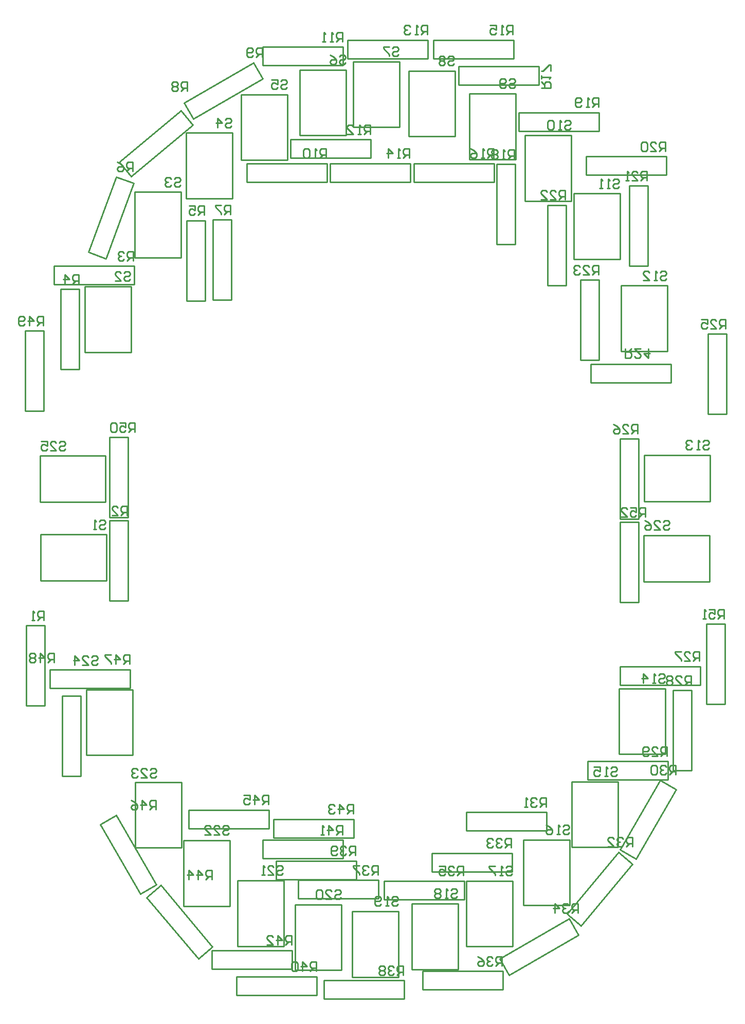
<source format=gbo>
G04*
G04 #@! TF.GenerationSoftware,Altium Limited,Altium Designer,24.8.2 (39)*
G04*
G04 Layer_Color=32896*
%FSLAX44Y44*%
%MOMM*%
G71*
G04*
G04 #@! TF.SameCoordinates,A64931F2-2A1F-4A1D-9477-064251C997AC*
G04*
G04*
G04 #@! TF.FilePolarity,Positive*
G04*
G01*
G75*
%ADD10C,0.2540*%
D10*
X3273193Y1764270D02*
X3374372Y1849169D01*
X3354780Y1872518D02*
X3374372Y1849169D01*
X3253601Y1787619D02*
X3354780Y1872518D01*
X3253601Y1787619D02*
X3273193Y1764270D01*
X4118170Y1302970D02*
Y1305510D01*
X4226120D01*
Y1229310D02*
Y1305510D01*
X4118170Y1229310D02*
X4226120D01*
X4118170D02*
Y1302970D01*
X3924300Y1723780D02*
X3997960D01*
Y1831730D01*
X3921760D02*
X3997960D01*
X3921760Y1723780D02*
Y1831730D01*
Y1723780D02*
X3924300D01*
X3361690Y563000D02*
X3435350D01*
Y670950D01*
X3359150D02*
X3435350D01*
X3359150Y563000D02*
Y670950D01*
Y563000D02*
X3361690D01*
X3281730Y659130D02*
X3355390D01*
Y767080D01*
X3279190D02*
X3355390D01*
X3279190Y659130D02*
Y767080D01*
Y659130D02*
X3281730D01*
X3159760Y777240D02*
X3190240D01*
X3159760D02*
Y909320D01*
X3190240D01*
Y777240D02*
Y909320D01*
X3201720Y811530D02*
X3275380D01*
Y919480D01*
X3199180D02*
X3275380D01*
X3199180Y811530D02*
Y919480D01*
Y811530D02*
X3201720D01*
X3139440Y922020D02*
X3271520D01*
Y952500D01*
X3139440D02*
X3271520D01*
X3139440Y922020D02*
Y952500D01*
X4000550Y659960D02*
X4074210D01*
Y767910D01*
X3998010D02*
X4074210D01*
X3998010Y659960D02*
Y767910D01*
Y659960D02*
X4000550D01*
X4077970Y1062990D02*
X4108450D01*
X4077970D02*
Y1195070D01*
X4108450D01*
Y1062990D02*
Y1195070D01*
X4220210Y895350D02*
X4250690D01*
X4220210D02*
Y1027430D01*
X4250690D01*
Y895350D02*
Y1027430D01*
X3098800Y1510030D02*
X3129280D01*
Y1377950D02*
Y1510030D01*
X3098800Y1377950D02*
X3129280D01*
X3098800D02*
Y1510030D01*
X3267710Y1202690D02*
Y1334770D01*
X3237230D02*
X3267710D01*
X3237230Y1202690D02*
Y1334770D01*
Y1202690D02*
X3267710D01*
X4117340Y1170940D02*
Y1173480D01*
X4225290D01*
Y1097280D02*
Y1173480D01*
X4117340Y1097280D02*
X4225290D01*
X4117340D02*
Y1170940D01*
X3230880Y1228090D02*
Y1230630D01*
X3122930Y1228090D02*
X3230880D01*
X3122930D02*
Y1304290D01*
X3230880D01*
Y1230630D02*
Y1304290D01*
X3538220Y459740D02*
Y490220D01*
X3406140Y459740D02*
X3538220D01*
X3406140D02*
Y490220D01*
X3538220D01*
X3832860Y1792360D02*
X3906520D01*
Y1900310D01*
X3830320D02*
X3906520D01*
X3830320Y1792360D02*
Y1900310D01*
Y1792360D02*
X3832860D01*
X3375484Y1858782D02*
X3489869Y1924822D01*
X3474629Y1951218D02*
X3489869Y1924822D01*
X3360244Y1885178D02*
X3474629Y1951218D01*
X3360244Y1885178D02*
X3375484Y1858782D01*
X3237230Y1197610D02*
X3267710D01*
Y1065530D02*
Y1197610D01*
X3237230Y1065530D02*
X3267710D01*
X3237230D02*
Y1197610D01*
X3145790Y1586230D02*
X3277870Y1586230D01*
X3277870Y1616710D01*
X3145790Y1616710D02*
X3277870Y1616710D01*
X3145790Y1586230D02*
Y1616710D01*
X3394710Y1559560D02*
Y1691640D01*
X3364230D02*
X3394710D01*
X3364230Y1559560D02*
Y1691640D01*
Y1559560D02*
X3394710D01*
X3157220Y1446530D02*
X3187700D01*
X3157220D02*
Y1578610D01*
X3187700D01*
Y1446530D02*
Y1578610D01*
X3437890Y1560830D02*
Y1692910D01*
X3407410D02*
X3437890D01*
X3407410Y1560830D02*
Y1692910D01*
Y1560830D02*
X3437890D01*
X3202800Y1639435D02*
X3231442Y1629010D01*
X3202800Y1639435D02*
X3247974Y1763550D01*
X3276616Y1753125D01*
X3231442Y1629010D02*
X3276616Y1753125D01*
X3281680Y1630680D02*
X3355340D01*
Y1738630D01*
X3279140D02*
X3355340D01*
X3279140Y1630680D02*
Y1738630D01*
Y1630680D02*
X3281680D01*
X3199130Y1474860D02*
X3272790D01*
Y1582810D01*
X3196590D02*
X3272790D01*
X3196590Y1474860D02*
Y1582810D01*
Y1474860D02*
X3199130D01*
X4161790Y1424940D02*
Y1455420D01*
X4029710Y1424940D02*
X4161790D01*
X4029710D02*
Y1455420D01*
X4161790D01*
X3812540Y1915160D02*
Y1945640D01*
X3944620D01*
Y1915160D02*
Y1945640D01*
X3812540Y1915160D02*
X3944620D01*
X3489960Y1946910D02*
Y1977390D01*
X3622040D01*
Y1946910D02*
Y1977390D01*
X3489960Y1946910D02*
X3622040D01*
X4013816Y530538D02*
X4098715Y631717D01*
X4075366Y651309D02*
X4098715Y631717D01*
X3990467Y550130D02*
X4075366Y651309D01*
X3990467Y550130D02*
X4013816Y530538D01*
X3957320Y687070D02*
Y717550D01*
X3825240Y687070D02*
X3957320D01*
X3825240D02*
Y717550D01*
X3957320D01*
X4104366Y640196D02*
X4170406Y754580D01*
X4144010Y769820D02*
X4170406Y754580D01*
X4077970Y655436D02*
X4144010Y769820D01*
X4077970Y655436D02*
X4104366Y640196D01*
X4156710Y770890D02*
Y801370D01*
X4024630Y770890D02*
X4156710D01*
X4024630D02*
Y801370D01*
X4156710D01*
X4196080Y786130D02*
Y918210D01*
X4165600D02*
X4196080D01*
X4165600Y786130D02*
Y918210D01*
Y786130D02*
X4196080D01*
X4210050Y927100D02*
Y957580D01*
X4077970Y927100D02*
X4210050D01*
X4077970D02*
Y957580D01*
X4210050D01*
X4108450Y1200150D02*
Y1332230D01*
X4077970D02*
X4108450D01*
X4077970Y1200150D02*
Y1332230D01*
Y1200150D02*
X4108450D01*
X4222750Y1504950D02*
X4253230D01*
Y1372870D02*
Y1504950D01*
X4222750Y1372870D02*
X4253230D01*
X4222750D02*
Y1504950D01*
X4013200Y1461770D02*
X4043680D01*
X4013200D02*
Y1593850D01*
X4043680D01*
Y1461770D02*
Y1593850D01*
X3989070Y1584960D02*
Y1717040D01*
X3958590D02*
X3989070D01*
X3958590Y1584960D02*
Y1717040D01*
Y1584960D02*
X3989070D01*
X4093210Y1616710D02*
X4123690D01*
X4093210D02*
X4093210Y1748790D01*
X4123690D01*
Y1616710D02*
Y1748790D01*
X3248387Y712670D02*
X3314427Y598286D01*
X3221990Y697430D02*
X3248387Y712670D01*
X3221990Y697430D02*
X3288030Y583046D01*
X3314427Y598286D01*
X3500120Y690880D02*
Y721360D01*
X3368040Y690880D02*
X3500120D01*
X3368040D02*
Y721360D01*
X3500120D01*
X3298430Y577447D02*
X3383329Y476268D01*
X3406678Y495860D01*
X3321779Y597039D02*
X3406678Y495860D01*
X3298430Y577447D02*
X3321779Y597039D01*
X3639820Y675640D02*
Y706120D01*
X3507740Y675640D02*
X3639820D01*
X3507740D02*
Y706120D01*
X3639820D01*
X3622040Y641350D02*
Y671830D01*
X3489960Y641350D02*
X3622040D01*
X3489960D02*
Y671830D01*
X3622040D01*
X3446780Y447040D02*
X3578860D01*
X3446780Y416560D02*
Y447040D01*
Y416560D02*
X3578860D01*
Y447040D01*
X3590290Y440690D02*
X3722370D01*
X3590290Y410210D02*
Y440690D01*
Y410210D02*
X3722370D01*
Y440690D01*
X3643630Y607060D02*
Y637540D01*
X3511550Y607060D02*
X3643630D01*
X3511550D02*
Y637540D01*
X3643630D01*
X3768090Y619760D02*
Y650240D01*
X3900170D01*
Y619760D02*
Y650240D01*
X3768090Y619760D02*
X3900170D01*
X3752850Y425450D02*
X3884930D01*
Y455930D01*
X3752850D02*
X3884930D01*
X3752850Y425450D02*
Y455930D01*
X3689350Y574040D02*
Y604520D01*
X3821430D01*
Y574040D02*
Y604520D01*
X3689350Y574040D02*
X3821430D01*
X3548380Y575310D02*
Y605790D01*
X3680460D01*
Y575310D02*
Y605790D01*
X3548380Y575310D02*
X3680460D01*
X3879650Y475976D02*
X3994034Y542016D01*
X3879650Y475976D02*
X3894890Y449580D01*
X4009274Y515620D01*
X3994034Y542016D02*
X4009274Y515620D01*
X3911600Y1838960D02*
Y1869440D01*
X4043680Y1869440D01*
Y1838960D02*
Y1869440D01*
X3911600Y1838960D02*
X4043680Y1838960D01*
X4022090Y1797050D02*
X4154170D01*
X4022090Y1766570D02*
Y1797050D01*
Y1766570D02*
X4154170Y1766570D01*
X4154170Y1797050D01*
X3874770Y1652270D02*
Y1784350D01*
Y1652270D02*
X3905250D01*
Y1784350D01*
X3874770D02*
X3905250D01*
X3463290Y1755140D02*
X3595370Y1755140D01*
Y1785620D01*
X3463290D02*
X3595370D01*
X3463290Y1755140D02*
Y1785620D01*
X3535680Y1824990D02*
X3667760D01*
X3535680Y1794510D02*
Y1824990D01*
Y1794510D02*
X3667760D01*
Y1824990D01*
X3761740Y1958340D02*
Y1988820D01*
X3629660Y1958340D02*
X3761740D01*
X3629660D02*
Y1988820D01*
X3761740D01*
X3100070Y892810D02*
X3130550D01*
X3100070D02*
Y1024890D01*
X3130550D01*
Y892810D02*
Y1024890D01*
X3902710Y1958340D02*
Y1988820D01*
X3770630Y1958340D02*
X3902710D01*
X3770630D02*
Y1988820D01*
X3902710D01*
X3738880Y1755140D02*
X3870960D01*
Y1785620D01*
X3738880D02*
X3870960D01*
X3738880Y1755140D02*
Y1785620D01*
X3600450D02*
X3732530D01*
X3600450Y1755140D02*
Y1785620D01*
Y1755140D02*
X3732530D01*
Y1785620D01*
X3363010Y1728030D02*
X3365550D01*
X3363010D02*
Y1835980D01*
X3439210D01*
Y1728030D02*
Y1835980D01*
X3365550Y1728030D02*
X3439210D01*
X3454400Y1791090D02*
X3456940D01*
X3454400D02*
Y1899040D01*
X3530600D01*
Y1791090D02*
Y1899040D01*
X3456940Y1791090D02*
X3530600D01*
X3550920Y1831730D02*
X3553460D01*
X3550920D02*
Y1939680D01*
X3627120D01*
Y1831730D02*
Y1939680D01*
X3553460Y1831730D02*
X3627120D01*
X3638600Y1845310D02*
X3641140D01*
X3638600D02*
Y1953260D01*
X3714800D01*
Y1845310D02*
Y1953260D01*
X3641140Y1845310D02*
X3714800D01*
X3730040Y1830070D02*
X3732580D01*
X3730040D02*
Y1938020D01*
X3806240D01*
Y1830070D02*
Y1938020D01*
X3732580Y1830070D02*
X3806240D01*
X4001820Y1628140D02*
X4004360D01*
X4001820D02*
Y1736090D01*
X4078020D01*
Y1628140D02*
Y1736090D01*
X4004360Y1628140D02*
X4078020D01*
X4079290Y1476570D02*
X4081830D01*
X4079290D02*
Y1584520D01*
X4155490D01*
Y1476570D02*
Y1584520D01*
X4081830Y1476570D02*
X4155490D01*
X4076700Y813190D02*
X4079240D01*
X4076700D02*
Y921140D01*
X4152900D01*
Y813190D02*
Y921140D01*
X4079240Y813190D02*
X4152900D01*
X3919220Y564270D02*
X3921760D01*
X3919220D02*
Y672220D01*
X3995420D01*
Y564270D02*
Y672220D01*
X3921760Y564270D02*
X3995420D01*
X3825240Y496570D02*
X3827780D01*
X3825240D02*
Y604520D01*
X3901440D01*
Y496570D02*
Y604520D01*
X3827780Y496570D02*
X3901440D01*
X3735070Y458860D02*
X3737610D01*
X3735070D02*
Y566810D01*
X3811270D01*
Y458860D02*
Y566810D01*
X3737610Y458860D02*
X3811270D01*
X3637280Y446160D02*
X3639820D01*
X3637280D02*
Y554110D01*
X3713480D01*
Y446160D02*
Y554110D01*
X3639820Y446160D02*
X3713480D01*
X3543300Y457590D02*
X3545840D01*
X3543300D02*
Y565540D01*
X3619500D01*
Y457590D02*
Y565540D01*
X3545840Y457590D02*
X3619500D01*
X3448050Y496960D02*
X3450590D01*
X3448050D02*
Y604910D01*
X3524250D01*
Y496960D02*
Y604910D01*
X3450590Y496960D02*
X3524250D01*
X3232150Y1098550D02*
Y1101090D01*
X3124200Y1098550D02*
X3232150D01*
X3124200D02*
Y1174750D01*
X3232150D01*
Y1101090D02*
Y1174750D01*
X4149093Y1195066D02*
X4151632Y1197605D01*
X4156711D01*
X4159250Y1195066D01*
Y1192527D01*
X4156711Y1189987D01*
X4151632D01*
X4149093Y1187448D01*
Y1184909D01*
X4151632Y1182370D01*
X4156711D01*
X4159250Y1184909D01*
X4133858Y1182370D02*
X4144015D01*
X4133858Y1192527D01*
Y1195066D01*
X4136397Y1197605D01*
X4141476D01*
X4144015Y1195066D01*
X4118623Y1197605D02*
X4123701Y1195066D01*
X4128780Y1189987D01*
Y1184909D01*
X4126241Y1182370D01*
X4121162D01*
X4118623Y1184909D01*
Y1187448D01*
X4121162Y1189987D01*
X4128780D01*
X3154683Y1325876D02*
X3157223Y1328415D01*
X3162301D01*
X3164840Y1325876D01*
Y1323337D01*
X3162301Y1320797D01*
X3157223D01*
X3154683Y1318258D01*
Y1315719D01*
X3157223Y1313180D01*
X3162301D01*
X3164840Y1315719D01*
X3139448Y1313180D02*
X3149605D01*
X3139448Y1323337D01*
Y1325876D01*
X3141987Y1328415D01*
X3147066D01*
X3149605Y1325876D01*
X3124213Y1328415D02*
X3134370D01*
Y1320797D01*
X3129291Y1323337D01*
X3126752D01*
X3124213Y1320797D01*
Y1315719D01*
X3126752Y1313180D01*
X3131831D01*
X3134370Y1315719D01*
X4119880Y1203960D02*
Y1219195D01*
X4112263D01*
X4109723Y1216656D01*
Y1211578D01*
X4112263Y1209038D01*
X4119880D01*
X4114802D02*
X4109723Y1203960D01*
X4094488Y1219195D02*
X4104645D01*
Y1211578D01*
X4099567Y1214117D01*
X4097027D01*
X4094488Y1211578D01*
Y1206499D01*
X4097027Y1203960D01*
X4102106D01*
X4104645Y1206499D01*
X4079253Y1203960D02*
X4089410D01*
X4079253Y1214117D01*
Y1216656D01*
X4081792Y1219195D01*
X4086871D01*
X4089410Y1216656D01*
X4249420Y1036320D02*
Y1051555D01*
X4241802D01*
X4239263Y1049016D01*
Y1043938D01*
X4241802Y1041398D01*
X4249420D01*
X4244342D02*
X4239263Y1036320D01*
X4224028Y1051555D02*
X4234185D01*
Y1043938D01*
X4229107Y1046477D01*
X4226567D01*
X4224028Y1043938D01*
Y1038859D01*
X4226567Y1036320D01*
X4231646D01*
X4234185Y1038859D01*
X4218950Y1036320D02*
X4213871D01*
X4216411D01*
Y1051555D01*
X4218950Y1049016D01*
X3279140Y1343660D02*
Y1358895D01*
X3271523D01*
X3268983Y1356356D01*
Y1351277D01*
X3271523Y1348738D01*
X3279140D01*
X3274062D02*
X3268983Y1343660D01*
X3253748Y1358895D02*
X3263905D01*
Y1351277D01*
X3258827Y1353817D01*
X3256288D01*
X3253748Y1351277D01*
Y1346199D01*
X3256288Y1343660D01*
X3261366D01*
X3263905Y1346199D01*
X3248670Y1356356D02*
X3246131Y1358895D01*
X3241052D01*
X3238513Y1356356D01*
Y1346199D01*
X3241052Y1343660D01*
X3246131D01*
X3248670Y1346199D01*
Y1356356D01*
X3128010Y1518920D02*
Y1534155D01*
X3120392D01*
X3117853Y1531616D01*
Y1526537D01*
X3120392Y1523998D01*
X3128010D01*
X3122932D02*
X3117853Y1518920D01*
X3105157D02*
Y1534155D01*
X3112775Y1526537D01*
X3102618D01*
X3097540Y1521459D02*
X3095001Y1518920D01*
X3089922D01*
X3087383Y1521459D01*
Y1531616D01*
X3089922Y1534155D01*
X3095001D01*
X3097540Y1531616D01*
Y1529077D01*
X3095001Y1526537D01*
X3087383D01*
X3208017Y972818D02*
X3210556Y975358D01*
X3215634D01*
X3218174Y972818D01*
Y970279D01*
X3215634Y967740D01*
X3210556D01*
X3208017Y965201D01*
Y962662D01*
X3210556Y960123D01*
X3215634D01*
X3218174Y962662D01*
X3192782Y960123D02*
X3202938D01*
X3192782Y970279D01*
Y972818D01*
X3195321Y975358D01*
X3200399D01*
X3202938Y972818D01*
X3180086Y960123D02*
Y975358D01*
X3187703Y967740D01*
X3177547D01*
X3304537Y787398D02*
X3307076Y789938D01*
X3312154D01*
X3314693Y787398D01*
Y784859D01*
X3312154Y782320D01*
X3307076D01*
X3304537Y779781D01*
Y777242D01*
X3307076Y774703D01*
X3312154D01*
X3314693Y777242D01*
X3289301Y774703D02*
X3299458D01*
X3289301Y784859D01*
Y787398D01*
X3291841Y789938D01*
X3296919D01*
X3299458Y787398D01*
X3284223D02*
X3281684Y789938D01*
X3276606D01*
X3274066Y787398D01*
Y784859D01*
X3276606Y782320D01*
X3279145D01*
X3276606D01*
X3274066Y779781D01*
Y777242D01*
X3276606Y774703D01*
X3281684D01*
X3284223Y777242D01*
X3423923Y692654D02*
X3426462Y695193D01*
X3431541D01*
X3434080Y692654D01*
Y690115D01*
X3431541Y687576D01*
X3426462D01*
X3423923Y685036D01*
Y682497D01*
X3426462Y679958D01*
X3431541D01*
X3434080Y682497D01*
X3408688Y679958D02*
X3418845D01*
X3408688Y690115D01*
Y692654D01*
X3411227Y695193D01*
X3416306D01*
X3418845Y692654D01*
X3393453Y679958D02*
X3403610D01*
X3393453Y690115D01*
Y692654D01*
X3395992Y695193D01*
X3401071D01*
X3403610Y692654D01*
X3512823Y626614D02*
X3515363Y629153D01*
X3520441D01*
X3522980Y626614D01*
Y624075D01*
X3520441Y621535D01*
X3515363D01*
X3512823Y618996D01*
Y616457D01*
X3515363Y613918D01*
X3520441D01*
X3522980Y616457D01*
X3497588Y613918D02*
X3507745D01*
X3497588Y624075D01*
Y626614D01*
X3500127Y629153D01*
X3505206D01*
X3507745Y626614D01*
X3492510Y613918D02*
X3487432D01*
X3489971D01*
Y629153D01*
X3492510Y626614D01*
X3608073Y587244D02*
X3610612Y589783D01*
X3615691D01*
X3618230Y587244D01*
Y584705D01*
X3615691Y582165D01*
X3610612D01*
X3608073Y579626D01*
Y577087D01*
X3610612Y574548D01*
X3615691D01*
X3618230Y577087D01*
X3592838Y574548D02*
X3602995D01*
X3592838Y584705D01*
Y587244D01*
X3595378Y589783D01*
X3600456D01*
X3602995Y587244D01*
X3587760D02*
X3585221Y589783D01*
X3580142D01*
X3577603Y587244D01*
Y577087D01*
X3580142Y574548D01*
X3585221D01*
X3587760Y577087D01*
Y587244D01*
X3702053Y575814D02*
X3704593Y578353D01*
X3709671D01*
X3712210Y575814D01*
Y573275D01*
X3709671Y570736D01*
X3704593D01*
X3702053Y568196D01*
Y565657D01*
X3704593Y563118D01*
X3709671D01*
X3712210Y565657D01*
X3696975Y563118D02*
X3691897D01*
X3694436D01*
Y578353D01*
X3696975Y575814D01*
X3684279Y565657D02*
X3681740Y563118D01*
X3676661D01*
X3674122Y565657D01*
Y575814D01*
X3676661Y578353D01*
X3681740D01*
X3684279Y575814D01*
Y573275D01*
X3681740Y570736D01*
X3674122D01*
X3799843Y588514D02*
X3802383Y591053D01*
X3807461D01*
X3810000Y588514D01*
Y585975D01*
X3807461Y583436D01*
X3802383D01*
X3799843Y580896D01*
Y578357D01*
X3802383Y575818D01*
X3807461D01*
X3810000Y578357D01*
X3794765Y575818D02*
X3789687D01*
X3792226D01*
Y591053D01*
X3794765Y588514D01*
X3782069D02*
X3779530Y591053D01*
X3774452D01*
X3771912Y588514D01*
Y585975D01*
X3774452Y583436D01*
X3771912Y580896D01*
Y578357D01*
X3774452Y575818D01*
X3779530D01*
X3782069Y578357D01*
Y580896D01*
X3779530Y583436D01*
X3782069Y585975D01*
Y588514D01*
X3779530Y583436D02*
X3774452D01*
X3890013Y626106D02*
X3892552Y628645D01*
X3897631D01*
X3900170Y626106D01*
Y623567D01*
X3897631Y621027D01*
X3892552D01*
X3890013Y618488D01*
Y615949D01*
X3892552Y613410D01*
X3897631D01*
X3900170Y615949D01*
X3884935Y613410D02*
X3879857D01*
X3882396D01*
Y628645D01*
X3884935Y626106D01*
X3872239Y628645D02*
X3862082D01*
Y626106D01*
X3872239Y615949D01*
Y613410D01*
X3983993Y693924D02*
X3986533Y696463D01*
X3991611D01*
X3994150Y693924D01*
Y691385D01*
X3991611Y688846D01*
X3986533D01*
X3983993Y686306D01*
Y683767D01*
X3986533Y681228D01*
X3991611D01*
X3994150Y683767D01*
X3978915Y681228D02*
X3973837D01*
X3976376D01*
Y696463D01*
X3978915Y693924D01*
X3956062Y696463D02*
X3961141Y693924D01*
X3966219Y688846D01*
Y683767D01*
X3963680Y681228D01*
X3958601D01*
X3956062Y683767D01*
Y686306D01*
X3958601Y688846D01*
X3966219D01*
X4062733Y789428D02*
X4065273Y791967D01*
X4070351D01*
X4072890Y789428D01*
Y786889D01*
X4070351Y784350D01*
X4065273D01*
X4062733Y781810D01*
Y779271D01*
X4065273Y776732D01*
X4070351D01*
X4072890Y779271D01*
X4057655Y776732D02*
X4052577D01*
X4055116D01*
Y791967D01*
X4057655Y789428D01*
X4034802Y791967D02*
X4044959D01*
Y784350D01*
X4039881Y786889D01*
X4037342D01*
X4034802Y784350D01*
Y779271D01*
X4037342Y776732D01*
X4042420D01*
X4044959Y779271D01*
X4141473Y942844D02*
X4144012Y945383D01*
X4149091D01*
X4151630Y942844D01*
Y940305D01*
X4149091Y937766D01*
X4144012D01*
X4141473Y935226D01*
Y932687D01*
X4144012Y930148D01*
X4149091D01*
X4151630Y932687D01*
X4136395Y930148D02*
X4131317D01*
X4133856D01*
Y945383D01*
X4136395Y942844D01*
X4116082Y930148D02*
Y945383D01*
X4123699Y937766D01*
X4113542D01*
X4214625Y1327146D02*
X4217165Y1329685D01*
X4222243D01*
X4224782Y1327146D01*
Y1324607D01*
X4222243Y1322068D01*
X4217165D01*
X4214625Y1319528D01*
Y1316989D01*
X4217165Y1314450D01*
X4222243D01*
X4224782Y1316989D01*
X4209547Y1314450D02*
X4204469D01*
X4207008D01*
Y1329685D01*
X4209547Y1327146D01*
X4196851D02*
X4194312Y1329685D01*
X4189233D01*
X4186694Y1327146D01*
Y1324607D01*
X4189233Y1322068D01*
X4191773D01*
X4189233D01*
X4186694Y1319528D01*
Y1316989D01*
X4189233Y1314450D01*
X4194312D01*
X4196851Y1316989D01*
X4144013Y1606038D02*
X4146552Y1608577D01*
X4151631D01*
X4154170Y1606038D01*
Y1603499D01*
X4151631Y1600959D01*
X4146552D01*
X4144013Y1598420D01*
Y1595881D01*
X4146552Y1593342D01*
X4151631D01*
X4154170Y1595881D01*
X4138935Y1593342D02*
X4133857D01*
X4136396D01*
Y1608577D01*
X4138935Y1606038D01*
X4116082Y1593342D02*
X4126239D01*
X4116082Y1603499D01*
Y1606038D01*
X4118622Y1608577D01*
X4123700D01*
X4126239Y1606038D01*
X4066543Y1757676D02*
X4069083Y1760215D01*
X4074161D01*
X4076700Y1757676D01*
Y1755137D01*
X4074161Y1752598D01*
X4069083D01*
X4066543Y1750058D01*
Y1747519D01*
X4069083Y1744980D01*
X4074161D01*
X4076700Y1747519D01*
X4061465Y1744980D02*
X4056387D01*
X4058926D01*
Y1760215D01*
X4061465Y1757676D01*
X4048769Y1744980D02*
X4043691D01*
X4046230D01*
Y1760215D01*
X4048769Y1757676D01*
X3986533Y1853434D02*
X3989073Y1855973D01*
X3994151D01*
X3996690Y1853434D01*
Y1850895D01*
X3994151Y1848356D01*
X3989073D01*
X3986533Y1845816D01*
Y1843277D01*
X3989073Y1840738D01*
X3994151D01*
X3996690Y1843277D01*
X3981455Y1840738D02*
X3976377D01*
X3978916D01*
Y1855973D01*
X3981455Y1853434D01*
X3968759D02*
X3966220Y1855973D01*
X3961141D01*
X3958602Y1853434D01*
Y1843277D01*
X3961141Y1840738D01*
X3966220D01*
X3968759Y1843277D01*
Y1853434D01*
X3895093Y1922014D02*
X3897632Y1924553D01*
X3902711D01*
X3905250Y1922014D01*
Y1919475D01*
X3902711Y1916935D01*
X3897632D01*
X3895093Y1914396D01*
Y1911857D01*
X3897632Y1909318D01*
X3902711D01*
X3905250Y1911857D01*
X3890015D02*
X3887476Y1909318D01*
X3882397D01*
X3879858Y1911857D01*
Y1922014D01*
X3882397Y1924553D01*
X3887476D01*
X3890015Y1922014D01*
Y1919475D01*
X3887476Y1916935D01*
X3879858D01*
X3794763Y1959606D02*
X3797303Y1962145D01*
X3802381D01*
X3804920Y1959606D01*
Y1957067D01*
X3802381Y1954527D01*
X3797303D01*
X3794763Y1951988D01*
Y1949449D01*
X3797303Y1946910D01*
X3802381D01*
X3804920Y1949449D01*
X3789685Y1959606D02*
X3787146Y1962145D01*
X3782067D01*
X3779528Y1959606D01*
Y1957067D01*
X3782067Y1954527D01*
X3779528Y1951988D01*
Y1949449D01*
X3782067Y1946910D01*
X3787146D01*
X3789685Y1949449D01*
Y1951988D01*
X3787146Y1954527D01*
X3789685Y1957067D01*
Y1959606D01*
X3787146Y1954527D02*
X3782067D01*
X3703323Y1974846D02*
X3705862Y1977385D01*
X3710941D01*
X3713480Y1974846D01*
Y1972307D01*
X3710941Y1969767D01*
X3705862D01*
X3703323Y1967228D01*
Y1964689D01*
X3705862Y1962150D01*
X3710941D01*
X3713480Y1964689D01*
X3698245Y1977385D02*
X3688088D01*
Y1974846D01*
X3698245Y1964689D01*
Y1962150D01*
X3615693Y1961384D02*
X3618232Y1963923D01*
X3623311D01*
X3625850Y1961384D01*
Y1958845D01*
X3623311Y1956306D01*
X3618232D01*
X3615693Y1953766D01*
Y1951227D01*
X3618232Y1948688D01*
X3623311D01*
X3625850Y1951227D01*
X3600458Y1963923D02*
X3605536Y1961384D01*
X3610615Y1956306D01*
Y1951227D01*
X3608076Y1948688D01*
X3602997D01*
X3600458Y1951227D01*
Y1953766D01*
X3602997Y1956306D01*
X3610615D01*
X3519173Y1920744D02*
X3521713Y1923283D01*
X3526791D01*
X3529330Y1920744D01*
Y1918205D01*
X3526791Y1915665D01*
X3521713D01*
X3519173Y1913126D01*
Y1910587D01*
X3521713Y1908048D01*
X3526791D01*
X3529330Y1910587D01*
X3503938Y1923283D02*
X3514095D01*
Y1915665D01*
X3509017Y1918205D01*
X3506477D01*
X3503938Y1915665D01*
Y1910587D01*
X3506477Y1908048D01*
X3511556D01*
X3514095Y1910587D01*
X3427733Y1857498D02*
X3430273Y1860037D01*
X3435351D01*
X3437890Y1857498D01*
Y1854959D01*
X3435351Y1852419D01*
X3430273D01*
X3427733Y1849880D01*
Y1847341D01*
X3430273Y1844802D01*
X3435351D01*
X3437890Y1847341D01*
X3415038Y1844802D02*
Y1860037D01*
X3422655Y1852419D01*
X3412498D01*
X3343913Y1760216D02*
X3346453Y1762755D01*
X3351531D01*
X3354070Y1760216D01*
Y1757677D01*
X3351531Y1755137D01*
X3346453D01*
X3343913Y1752598D01*
Y1750059D01*
X3346453Y1747520D01*
X3351531D01*
X3354070Y1750059D01*
X3338835Y1760216D02*
X3336296Y1762755D01*
X3331217D01*
X3328678Y1760216D01*
Y1757677D01*
X3331217Y1755137D01*
X3333757D01*
X3331217D01*
X3328678Y1752598D01*
Y1750059D01*
X3331217Y1747520D01*
X3336296D01*
X3338835Y1750059D01*
X3261363Y1604514D02*
X3263903Y1607053D01*
X3268981D01*
X3271520Y1604514D01*
Y1601975D01*
X3268981Y1599435D01*
X3263903D01*
X3261363Y1596896D01*
Y1594357D01*
X3263903Y1591818D01*
X3268981D01*
X3271520Y1594357D01*
X3246128Y1591818D02*
X3256285D01*
X3246128Y1601975D01*
Y1604514D01*
X3248667Y1607053D01*
X3253746D01*
X3256285Y1604514D01*
X3145783Y963932D02*
Y979167D01*
X3138166D01*
X3135627Y976628D01*
Y971550D01*
X3138166Y969011D01*
X3145783D01*
X3140705D02*
X3135627Y963932D01*
X3122931D02*
Y979167D01*
X3130548Y971550D01*
X3120392D01*
X3115313Y976628D02*
X3112774Y979167D01*
X3107696D01*
X3105157Y976628D01*
Y974089D01*
X3107696Y971550D01*
X3105157Y969011D01*
Y966472D01*
X3107696Y963932D01*
X3112774D01*
X3115313Y966472D01*
Y969011D01*
X3112774Y971550D01*
X3115313Y974089D01*
Y976628D01*
X3112774Y971550D02*
X3107696D01*
X3270250Y961390D02*
Y976625D01*
X3262632D01*
X3260093Y974086D01*
Y969007D01*
X3262632Y966468D01*
X3270250D01*
X3265172D02*
X3260093Y961390D01*
X3247397D02*
Y976625D01*
X3255015Y969007D01*
X3244858D01*
X3239780Y976625D02*
X3229623D01*
Y974086D01*
X3239780Y963929D01*
Y961390D01*
X3313684Y722122D02*
Y737357D01*
X3306067D01*
X3303527Y734818D01*
Y729740D01*
X3306067Y727200D01*
X3313684D01*
X3308606D02*
X3303527Y722122D01*
X3290831D02*
Y737357D01*
X3298449Y729740D01*
X3288292D01*
X3273057Y737357D02*
X3278135Y734818D01*
X3283214Y729740D01*
Y724661D01*
X3280675Y722122D01*
X3275596D01*
X3273057Y724661D01*
Y727200D01*
X3275596Y729740D01*
X3283214D01*
X3498850Y730250D02*
Y745485D01*
X3491233D01*
X3488693Y742946D01*
Y737868D01*
X3491233Y735328D01*
X3498850D01*
X3493772D02*
X3488693Y730250D01*
X3475997D02*
Y745485D01*
X3483615Y737868D01*
X3473458D01*
X3458223Y745485D02*
X3468380D01*
Y737868D01*
X3463301Y740407D01*
X3460762D01*
X3458223Y737868D01*
Y732789D01*
X3460762Y730250D01*
X3465841D01*
X3468380Y732789D01*
X3405886Y606552D02*
Y621787D01*
X3398268D01*
X3395729Y619248D01*
Y614170D01*
X3398268Y611630D01*
X3405886D01*
X3400808D02*
X3395729Y606552D01*
X3383033D02*
Y621787D01*
X3390651Y614170D01*
X3380494D01*
X3367798Y606552D02*
Y621787D01*
X3375416Y614170D01*
X3365259D01*
X3638550Y715010D02*
Y730245D01*
X3630933D01*
X3628393Y727706D01*
Y722627D01*
X3630933Y720088D01*
X3638550D01*
X3633472D02*
X3628393Y715010D01*
X3615697D02*
Y730245D01*
X3623315Y722627D01*
X3613158D01*
X3608080Y727706D02*
X3605541Y730245D01*
X3600462D01*
X3597923Y727706D01*
Y725167D01*
X3600462Y722627D01*
X3603001D01*
X3600462D01*
X3597923Y720088D01*
Y717549D01*
X3600462Y715010D01*
X3605541D01*
X3608080Y717549D01*
X3536950Y499110D02*
Y514345D01*
X3529333D01*
X3526793Y511806D01*
Y506727D01*
X3529333Y504188D01*
X3536950D01*
X3531872D02*
X3526793Y499110D01*
X3514097D02*
Y514345D01*
X3521715Y506727D01*
X3511558D01*
X3496323Y499110D02*
X3506480D01*
X3496323Y509267D01*
Y511806D01*
X3498862Y514345D01*
X3503941D01*
X3506480Y511806D01*
X3620770Y680720D02*
Y695955D01*
X3613152D01*
X3610613Y693416D01*
Y688337D01*
X3613152Y685798D01*
X3620770D01*
X3615692D02*
X3610613Y680720D01*
X3597917D02*
Y695955D01*
X3605535Y688337D01*
X3595378D01*
X3590300Y680720D02*
X3585222D01*
X3587761D01*
Y695955D01*
X3590300Y693416D01*
X3577590Y455930D02*
Y471165D01*
X3569973D01*
X3567433Y468626D01*
Y463548D01*
X3569973Y461008D01*
X3577590D01*
X3572512D02*
X3567433Y455930D01*
X3554738D02*
Y471165D01*
X3562355Y463548D01*
X3552198D01*
X3547120Y468626D02*
X3544581Y471165D01*
X3539502D01*
X3536963Y468626D01*
Y458469D01*
X3539502Y455930D01*
X3544581D01*
X3547120Y458469D01*
Y468626D01*
X3642360Y646430D02*
Y661665D01*
X3634742D01*
X3632203Y659126D01*
Y654047D01*
X3634742Y651508D01*
X3642360D01*
X3637282D02*
X3632203Y646430D01*
X3627125Y659126D02*
X3624586Y661665D01*
X3619507D01*
X3616968Y659126D01*
Y656587D01*
X3619507Y654047D01*
X3622047D01*
X3619507D01*
X3616968Y651508D01*
Y648969D01*
X3619507Y646430D01*
X3624586D01*
X3627125Y648969D01*
X3611890D02*
X3609351Y646430D01*
X3604272D01*
X3601733Y648969D01*
Y659126D01*
X3604272Y661665D01*
X3609351D01*
X3611890Y659126D01*
Y656587D01*
X3609351Y654047D01*
X3601733D01*
X3721100Y449580D02*
Y464815D01*
X3713482D01*
X3710943Y462276D01*
Y457197D01*
X3713482Y454658D01*
X3721100D01*
X3716022D02*
X3710943Y449580D01*
X3705865Y462276D02*
X3703326Y464815D01*
X3698247D01*
X3695708Y462276D01*
Y459737D01*
X3698247Y457197D01*
X3700787D01*
X3698247D01*
X3695708Y454658D01*
Y452119D01*
X3698247Y449580D01*
X3703326D01*
X3705865Y452119D01*
X3690630Y462276D02*
X3688091Y464815D01*
X3683012D01*
X3680473Y462276D01*
Y459737D01*
X3683012Y457197D01*
X3680473Y454658D01*
Y452119D01*
X3683012Y449580D01*
X3688091D01*
X3690630Y452119D01*
Y454658D01*
X3688091Y457197D01*
X3690630Y459737D01*
Y462276D01*
X3688091Y457197D02*
X3683012D01*
X3679190Y614680D02*
Y629915D01*
X3671573D01*
X3669033Y627376D01*
Y622298D01*
X3671573Y619758D01*
X3679190D01*
X3674112D02*
X3669033Y614680D01*
X3663955Y627376D02*
X3661416Y629915D01*
X3656337D01*
X3653798Y627376D01*
Y624837D01*
X3656337Y622298D01*
X3658877D01*
X3656337D01*
X3653798Y619758D01*
Y617219D01*
X3656337Y614680D01*
X3661416D01*
X3663955Y617219D01*
X3648720Y629915D02*
X3638563D01*
Y627376D01*
X3648720Y617219D01*
Y614680D01*
X3883660Y464820D02*
Y480055D01*
X3876042D01*
X3873503Y477516D01*
Y472438D01*
X3876042Y469898D01*
X3883660D01*
X3878582D02*
X3873503Y464820D01*
X3868425Y477516D02*
X3865886Y480055D01*
X3860807D01*
X3858268Y477516D01*
Y474977D01*
X3860807Y472438D01*
X3863347D01*
X3860807D01*
X3858268Y469898D01*
Y467359D01*
X3860807Y464820D01*
X3865886D01*
X3868425Y467359D01*
X3843033Y480055D02*
X3848112Y477516D01*
X3853190Y472438D01*
Y467359D01*
X3850651Y464820D01*
X3845572D01*
X3843033Y467359D01*
Y469898D01*
X3845572Y472438D01*
X3853190D01*
X3820160Y613410D02*
Y628645D01*
X3812542D01*
X3810003Y626106D01*
Y621027D01*
X3812542Y618488D01*
X3820160D01*
X3815082D02*
X3810003Y613410D01*
X3804925Y626106D02*
X3802386Y628645D01*
X3797307D01*
X3794768Y626106D01*
Y623567D01*
X3797307Y621027D01*
X3799846D01*
X3797307D01*
X3794768Y618488D01*
Y615949D01*
X3797307Y613410D01*
X3802386D01*
X3804925Y615949D01*
X3779533Y628645D02*
X3789690D01*
Y621027D01*
X3784612Y623567D01*
X3782072D01*
X3779533Y621027D01*
Y615949D01*
X3782072Y613410D01*
X3787151D01*
X3789690Y615949D01*
X4008374Y551434D02*
Y566669D01*
X4000757D01*
X3998217Y564130D01*
Y559052D01*
X4000757Y556512D01*
X4008374D01*
X4003296D02*
X3998217Y551434D01*
X3993139Y564130D02*
X3990600Y566669D01*
X3985522D01*
X3982982Y564130D01*
Y561591D01*
X3985522Y559052D01*
X3988061D01*
X3985522D01*
X3982982Y556512D01*
Y553973D01*
X3985522Y551434D01*
X3990600D01*
X3993139Y553973D01*
X3970286Y551434D02*
Y566669D01*
X3977904Y559052D01*
X3967747D01*
X3898900Y659130D02*
Y674365D01*
X3891282D01*
X3888743Y671826D01*
Y666748D01*
X3891282Y664208D01*
X3898900D01*
X3893822D02*
X3888743Y659130D01*
X3883665Y671826D02*
X3881126Y674365D01*
X3876047D01*
X3873508Y671826D01*
Y669287D01*
X3876047Y666748D01*
X3878587D01*
X3876047D01*
X3873508Y664208D01*
Y661669D01*
X3876047Y659130D01*
X3881126D01*
X3883665Y661669D01*
X3868430Y671826D02*
X3865891Y674365D01*
X3860812D01*
X3858273Y671826D01*
Y669287D01*
X3860812Y666748D01*
X3863351D01*
X3860812D01*
X3858273Y664208D01*
Y661669D01*
X3860812Y659130D01*
X3865891D01*
X3868430Y661669D01*
X4098036Y660654D02*
Y675889D01*
X4090418D01*
X4087879Y673350D01*
Y668271D01*
X4090418Y665732D01*
X4098036D01*
X4092958D02*
X4087879Y660654D01*
X4082801Y673350D02*
X4080262Y675889D01*
X4075183D01*
X4072644Y673350D01*
Y670811D01*
X4075183Y668271D01*
X4077722D01*
X4075183D01*
X4072644Y665732D01*
Y663193D01*
X4075183Y660654D01*
X4080262D01*
X4082801Y663193D01*
X4057409Y660654D02*
X4067566D01*
X4057409Y670811D01*
Y673350D01*
X4059948Y675889D01*
X4065027D01*
X4067566Y673350D01*
X3956050Y726440D02*
Y741675D01*
X3948433D01*
X3945893Y739136D01*
Y734057D01*
X3948433Y731518D01*
X3956050D01*
X3950972D02*
X3945893Y726440D01*
X3940815Y739136D02*
X3938276Y741675D01*
X3933197D01*
X3930658Y739136D01*
Y736597D01*
X3933197Y734057D01*
X3935737D01*
X3933197D01*
X3930658Y731518D01*
Y728979D01*
X3933197Y726440D01*
X3938276D01*
X3940815Y728979D01*
X3925580Y726440D02*
X3920501D01*
X3923041D01*
Y741675D01*
X3925580Y739136D01*
X4169664Y779272D02*
Y794507D01*
X4162047D01*
X4159507Y791968D01*
Y786889D01*
X4162047Y784350D01*
X4169664D01*
X4164586D02*
X4159507Y779272D01*
X4154429Y791968D02*
X4151890Y794507D01*
X4146812D01*
X4144272Y791968D01*
Y789429D01*
X4146812Y786889D01*
X4149351D01*
X4146812D01*
X4144272Y784350D01*
Y781811D01*
X4146812Y779272D01*
X4151890D01*
X4154429Y781811D01*
X4139194Y791968D02*
X4136655Y794507D01*
X4131576D01*
X4129037Y791968D01*
Y781811D01*
X4131576Y779272D01*
X4136655D01*
X4139194Y781811D01*
Y791968D01*
X4155440Y810260D02*
Y825495D01*
X4147823D01*
X4145283Y822956D01*
Y817878D01*
X4147823Y815338D01*
X4155440D01*
X4150362D02*
X4145283Y810260D01*
X4130048D02*
X4140205D01*
X4130048Y820417D01*
Y822956D01*
X4132587Y825495D01*
X4137666D01*
X4140205Y822956D01*
X4124970Y812799D02*
X4122431Y810260D01*
X4117352D01*
X4114813Y812799D01*
Y822956D01*
X4117352Y825495D01*
X4122431D01*
X4124970Y822956D01*
Y820417D01*
X4122431Y817878D01*
X4114813D01*
X4194810Y927100D02*
Y942335D01*
X4187192D01*
X4184653Y939796D01*
Y934717D01*
X4187192Y932178D01*
X4194810D01*
X4189732D02*
X4184653Y927100D01*
X4169418D02*
X4179575D01*
X4169418Y937257D01*
Y939796D01*
X4171957Y942335D01*
X4177036D01*
X4179575Y939796D01*
X4164340D02*
X4161801Y942335D01*
X4156722D01*
X4154183Y939796D01*
Y937257D01*
X4156722Y934717D01*
X4154183Y932178D01*
Y929639D01*
X4156722Y927100D01*
X4161801D01*
X4164340Y929639D01*
Y932178D01*
X4161801Y934717D01*
X4164340Y937257D01*
Y939796D01*
X4161801Y934717D02*
X4156722D01*
X4208780Y966470D02*
Y981705D01*
X4201162D01*
X4198623Y979166D01*
Y974088D01*
X4201162Y971548D01*
X4208780D01*
X4203702D02*
X4198623Y966470D01*
X4183388D02*
X4193545D01*
X4183388Y976627D01*
Y979166D01*
X4185927Y981705D01*
X4191006D01*
X4193545Y979166D01*
X4178310Y981705D02*
X4168153D01*
Y979166D01*
X4178310Y969009D01*
Y966470D01*
X4107180Y1341120D02*
Y1356355D01*
X4099562D01*
X4097023Y1353816D01*
Y1348737D01*
X4099562Y1346198D01*
X4107180D01*
X4102102D02*
X4097023Y1341120D01*
X4081788D02*
X4091945D01*
X4081788Y1351277D01*
Y1353816D01*
X4084327Y1356355D01*
X4089406D01*
X4091945Y1353816D01*
X4066553Y1356355D02*
X4071631Y1353816D01*
X4076710Y1348737D01*
Y1343659D01*
X4074171Y1341120D01*
X4069092D01*
X4066553Y1343659D01*
Y1346198D01*
X4069092Y1348737D01*
X4076710D01*
X4251960Y1513840D02*
Y1529075D01*
X4244343D01*
X4241803Y1526536D01*
Y1521458D01*
X4244343Y1518918D01*
X4251960D01*
X4246882D02*
X4241803Y1513840D01*
X4226568D02*
X4236725D01*
X4226568Y1523997D01*
Y1526536D01*
X4229107Y1529075D01*
X4234186D01*
X4236725Y1526536D01*
X4211333Y1529075D02*
X4221490D01*
Y1521458D01*
X4216411Y1523997D01*
X4213872D01*
X4211333Y1521458D01*
Y1516379D01*
X4213872Y1513840D01*
X4218951D01*
X4221490Y1516379D01*
X4086866Y1480818D02*
Y1465582D01*
X4094484D01*
X4097023Y1468122D01*
Y1473200D01*
X4094484Y1475739D01*
X4086866D01*
X4091945D02*
X4097023Y1480818D01*
X4112258D02*
X4102102D01*
X4112258Y1470661D01*
Y1468122D01*
X4109719Y1465582D01*
X4104641D01*
X4102102Y1468122D01*
X4124954Y1480818D02*
Y1465582D01*
X4117337Y1473200D01*
X4127493D01*
X4042410Y1602740D02*
Y1617975D01*
X4034792D01*
X4032253Y1615436D01*
Y1610358D01*
X4034792Y1607818D01*
X4042410D01*
X4037332D02*
X4032253Y1602740D01*
X4017018D02*
X4027175D01*
X4017018Y1612897D01*
Y1615436D01*
X4019557Y1617975D01*
X4024636D01*
X4027175Y1615436D01*
X4011940D02*
X4009401Y1617975D01*
X4004322D01*
X4001783Y1615436D01*
Y1612897D01*
X4004322Y1610358D01*
X4006862D01*
X4004322D01*
X4001783Y1607818D01*
Y1605279D01*
X4004322Y1602740D01*
X4009401D01*
X4011940Y1605279D01*
X3987800Y1725930D02*
Y1741165D01*
X3980182D01*
X3977643Y1738626D01*
Y1733548D01*
X3980182Y1731008D01*
X3987800D01*
X3982722D02*
X3977643Y1725930D01*
X3962408D02*
X3972565D01*
X3962408Y1736087D01*
Y1738626D01*
X3964948Y1741165D01*
X3970026D01*
X3972565Y1738626D01*
X3947173Y1725930D02*
X3957330D01*
X3947173Y1736087D01*
Y1738626D01*
X3949712Y1741165D01*
X3954791D01*
X3957330Y1738626D01*
X4122420Y1757680D02*
Y1772915D01*
X4114803D01*
X4112263Y1770376D01*
Y1765298D01*
X4114803Y1762758D01*
X4122420D01*
X4117342D02*
X4112263Y1757680D01*
X4097028D02*
X4107185D01*
X4097028Y1767837D01*
Y1770376D01*
X4099567Y1772915D01*
X4104646D01*
X4107185Y1770376D01*
X4091950Y1757680D02*
X4086872D01*
X4089411D01*
Y1772915D01*
X4091950Y1770376D01*
X4152900Y1805940D02*
Y1821175D01*
X4145283D01*
X4142743Y1818636D01*
Y1813557D01*
X4145283Y1811018D01*
X4152900D01*
X4147822D02*
X4142743Y1805940D01*
X4127508D02*
X4137665D01*
X4127508Y1816097D01*
Y1818636D01*
X4130047Y1821175D01*
X4135126D01*
X4137665Y1818636D01*
X4122430D02*
X4119891Y1821175D01*
X4114812D01*
X4112273Y1818636D01*
Y1808479D01*
X4114812Y1805940D01*
X4119891D01*
X4122430Y1808479D01*
Y1818636D01*
X4042410Y1878330D02*
Y1893565D01*
X4034792D01*
X4032253Y1891026D01*
Y1885948D01*
X4034792Y1883408D01*
X4042410D01*
X4037332D02*
X4032253Y1878330D01*
X4027175D02*
X4022097D01*
X4024636D01*
Y1893565D01*
X4027175Y1891026D01*
X4014479Y1880869D02*
X4011940Y1878330D01*
X4006862D01*
X4004322Y1880869D01*
Y1891026D01*
X4006862Y1893565D01*
X4011940D01*
X4014479Y1891026D01*
Y1888487D01*
X4011940Y1885948D01*
X4004322D01*
X3903980Y1793240D02*
Y1808475D01*
X3896363D01*
X3893823Y1805936D01*
Y1800858D01*
X3896363Y1798318D01*
X3903980D01*
X3898902D02*
X3893823Y1793240D01*
X3888745D02*
X3883667D01*
X3886206D01*
Y1808475D01*
X3888745Y1805936D01*
X3876049D02*
X3873510Y1808475D01*
X3868431D01*
X3865892Y1805936D01*
Y1803397D01*
X3868431Y1800858D01*
X3865892Y1798318D01*
Y1795779D01*
X3868431Y1793240D01*
X3873510D01*
X3876049Y1795779D01*
Y1798318D01*
X3873510Y1800858D01*
X3876049Y1803397D01*
Y1805936D01*
X3873510Y1800858D02*
X3868431D01*
X3948433Y1910086D02*
X3963668D01*
Y1917704D01*
X3961128Y1920243D01*
X3956050D01*
X3953511Y1917704D01*
Y1910086D01*
Y1915164D02*
X3948433Y1920243D01*
Y1925321D02*
Y1930400D01*
Y1927860D01*
X3963668D01*
X3961128Y1925321D01*
X3963668Y1938017D02*
Y1948174D01*
X3961128D01*
X3950972Y1938017D01*
X3948433D01*
X3869690Y1794510D02*
Y1809745D01*
X3862072D01*
X3859533Y1807206D01*
Y1802128D01*
X3862072Y1799588D01*
X3869690D01*
X3864612D02*
X3859533Y1794510D01*
X3854455D02*
X3849377D01*
X3851916D01*
Y1809745D01*
X3854455Y1807206D01*
X3831602Y1809745D02*
X3836681Y1807206D01*
X3841759Y1802128D01*
Y1797049D01*
X3839220Y1794510D01*
X3834142D01*
X3831602Y1797049D01*
Y1799588D01*
X3834142Y1802128D01*
X3841759D01*
X3901440Y1997710D02*
Y2012945D01*
X3893823D01*
X3891283Y2010406D01*
Y2005327D01*
X3893823Y2002788D01*
X3901440D01*
X3896362D02*
X3891283Y1997710D01*
X3886205D02*
X3881127D01*
X3883666D01*
Y2012945D01*
X3886205Y2010406D01*
X3863352Y2012945D02*
X3873509D01*
Y2005327D01*
X3868431Y2007867D01*
X3865891D01*
X3863352Y2005327D01*
Y2000249D01*
X3865891Y1997710D01*
X3870970D01*
X3873509Y2000249D01*
X3731260Y1794510D02*
Y1809745D01*
X3723643D01*
X3721103Y1807206D01*
Y1802128D01*
X3723643Y1799588D01*
X3731260D01*
X3726182D02*
X3721103Y1794510D01*
X3716025D02*
X3710947D01*
X3713486D01*
Y1809745D01*
X3716025Y1807206D01*
X3695711Y1794510D02*
Y1809745D01*
X3703329Y1802128D01*
X3693172D01*
X3760470Y1997710D02*
Y2012945D01*
X3752852D01*
X3750313Y2010406D01*
Y2005327D01*
X3752852Y2002788D01*
X3760470D01*
X3755392D02*
X3750313Y1997710D01*
X3745235D02*
X3740157D01*
X3742696D01*
Y2012945D01*
X3745235Y2010406D01*
X3732539D02*
X3730000Y2012945D01*
X3724922D01*
X3722382Y2010406D01*
Y2007867D01*
X3724922Y2005327D01*
X3727461D01*
X3724922D01*
X3722382Y2002788D01*
Y2000249D01*
X3724922Y1997710D01*
X3730000D01*
X3732539Y2000249D01*
X3666490Y1833880D02*
Y1849115D01*
X3658872D01*
X3656333Y1846576D01*
Y1841497D01*
X3658872Y1838958D01*
X3666490D01*
X3661412D02*
X3656333Y1833880D01*
X3651255D02*
X3646176D01*
X3648716D01*
Y1849115D01*
X3651255Y1846576D01*
X3628402Y1833880D02*
X3638559D01*
X3628402Y1844037D01*
Y1846576D01*
X3630941Y1849115D01*
X3636020D01*
X3638559Y1846576D01*
X3620770Y1986280D02*
Y2001515D01*
X3613152D01*
X3610613Y1998976D01*
Y1993898D01*
X3613152Y1991358D01*
X3620770D01*
X3615692D02*
X3610613Y1986280D01*
X3605535D02*
X3600457D01*
X3602996D01*
Y2001515D01*
X3605535Y1998976D01*
X3592839Y1986280D02*
X3587761D01*
X3590300D01*
Y2001515D01*
X3592839Y1998976D01*
X3594100Y1794510D02*
Y1809745D01*
X3586483D01*
X3583943Y1807206D01*
Y1802128D01*
X3586483Y1799588D01*
X3594100D01*
X3589022D02*
X3583943Y1794510D01*
X3578865D02*
X3573787D01*
X3576326D01*
Y1809745D01*
X3578865Y1807206D01*
X3566169D02*
X3563630Y1809745D01*
X3558552D01*
X3556012Y1807206D01*
Y1797049D01*
X3558552Y1794510D01*
X3563630D01*
X3566169Y1797049D01*
Y1807206D01*
X3488944Y1960626D02*
Y1975861D01*
X3481327D01*
X3478787Y1973322D01*
Y1968244D01*
X3481327Y1965704D01*
X3488944D01*
X3483866D02*
X3478787Y1960626D01*
X3473709Y1963165D02*
X3471170Y1960626D01*
X3466091D01*
X3463552Y1963165D01*
Y1973322D01*
X3466091Y1975861D01*
X3471170D01*
X3473709Y1973322D01*
Y1970783D01*
X3471170Y1968244D01*
X3463552D01*
X3365496Y1905002D02*
Y1920237D01*
X3357878D01*
X3355339Y1917698D01*
Y1912620D01*
X3357878Y1910081D01*
X3365496D01*
X3360417D02*
X3355339Y1905002D01*
X3350261Y1917698D02*
X3347722Y1920237D01*
X3342643D01*
X3340104Y1917698D01*
Y1915159D01*
X3342643Y1912620D01*
X3340104Y1910081D01*
Y1907542D01*
X3342643Y1905002D01*
X3347722D01*
X3350261Y1907542D01*
Y1910081D01*
X3347722Y1912620D01*
X3350261Y1915159D01*
Y1917698D01*
X3347722Y1912620D02*
X3342643D01*
X3436620Y1701800D02*
Y1717035D01*
X3429002D01*
X3426463Y1714496D01*
Y1709418D01*
X3429002Y1706878D01*
X3436620D01*
X3431542D02*
X3426463Y1701800D01*
X3421385Y1717035D02*
X3411228D01*
Y1714496D01*
X3421385Y1704339D01*
Y1701800D01*
X3275584Y1772920D02*
Y1788155D01*
X3267967D01*
X3265427Y1785616D01*
Y1780538D01*
X3267967Y1777998D01*
X3275584D01*
X3270506D02*
X3265427Y1772920D01*
X3250192Y1788155D02*
X3255271Y1785616D01*
X3260349Y1780538D01*
Y1775459D01*
X3257810Y1772920D01*
X3252731D01*
X3250192Y1775459D01*
Y1777998D01*
X3252731Y1780538D01*
X3260349D01*
X3393440Y1700530D02*
Y1715765D01*
X3385822D01*
X3383283Y1713226D01*
Y1708147D01*
X3385822Y1705608D01*
X3393440D01*
X3388362D02*
X3383283Y1700530D01*
X3368048Y1715765D02*
X3378205D01*
Y1708147D01*
X3373127Y1710687D01*
X3370587D01*
X3368048Y1708147D01*
Y1703069D01*
X3370587Y1700530D01*
X3375666D01*
X3378205Y1703069D01*
X3186430Y1587500D02*
Y1602735D01*
X3178813D01*
X3176273Y1600196D01*
Y1595117D01*
X3178813Y1592578D01*
X3186430D01*
X3181352D02*
X3176273Y1587500D01*
X3163577D02*
Y1602735D01*
X3171195Y1595117D01*
X3161038D01*
X3276600Y1625600D02*
Y1640835D01*
X3268983D01*
X3266443Y1638296D01*
Y1633217D01*
X3268983Y1630678D01*
X3276600D01*
X3271522D02*
X3266443Y1625600D01*
X3261365Y1638296D02*
X3258826Y1640835D01*
X3253747D01*
X3251208Y1638296D01*
Y1635757D01*
X3253747Y1633217D01*
X3256287D01*
X3253747D01*
X3251208Y1630678D01*
Y1628139D01*
X3253747Y1625600D01*
X3258826D01*
X3261365Y1628139D01*
X3266440Y1206500D02*
Y1221735D01*
X3258823D01*
X3256283Y1219196D01*
Y1214118D01*
X3258823Y1211578D01*
X3266440D01*
X3261362D02*
X3256283Y1206500D01*
X3241048D02*
X3251205D01*
X3241048Y1216657D01*
Y1219196D01*
X3243587Y1221735D01*
X3248666D01*
X3251205Y1219196D01*
X3129280Y1033780D02*
Y1049015D01*
X3121663D01*
X3119123Y1046476D01*
Y1041397D01*
X3121663Y1038858D01*
X3129280D01*
X3124202D02*
X3119123Y1033780D01*
X3114045D02*
X3108967D01*
X3111506D01*
Y1049015D01*
X3114045Y1046476D01*
X3220723Y1196336D02*
X3223263Y1198875D01*
X3228341D01*
X3230880Y1196336D01*
Y1193797D01*
X3228341Y1191257D01*
X3223263D01*
X3220723Y1188718D01*
Y1186179D01*
X3223263Y1183640D01*
X3228341D01*
X3230880Y1186179D01*
X3215645Y1183640D02*
X3210567D01*
X3213106D01*
Y1198875D01*
X3215645Y1196336D01*
M02*

</source>
